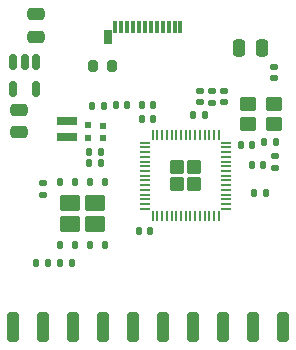
<source format=gbr>
%TF.GenerationSoftware,KiCad,Pcbnew,9.0.4*%
%TF.CreationDate,2025-09-18T12:16:13+02:00*%
%TF.ProjectId,rp2350_gpio_card,72703233-3530-45f6-9770-696f5f636172,X1*%
%TF.SameCoordinates,Original*%
%TF.FileFunction,Paste,Top*%
%TF.FilePolarity,Positive*%
%FSLAX46Y46*%
G04 Gerber Fmt 4.6, Leading zero omitted, Abs format (unit mm)*
G04 Created by KiCad (PCBNEW 9.0.4) date 2025-09-18 12:16:13*
%MOMM*%
%LPD*%
G01*
G04 APERTURE LIST*
G04 Aperture macros list*
%AMRoundRect*
0 Rectangle with rounded corners*
0 $1 Rounding radius*
0 $2 $3 $4 $5 $6 $7 $8 $9 X,Y pos of 4 corners*
0 Add a 4 corners polygon primitive as box body*
4,1,4,$2,$3,$4,$5,$6,$7,$8,$9,$2,$3,0*
0 Add four circle primitives for the rounded corners*
1,1,$1+$1,$2,$3*
1,1,$1+$1,$4,$5*
1,1,$1+$1,$6,$7*
1,1,$1+$1,$8,$9*
0 Add four rect primitives between the rounded corners*
20,1,$1+$1,$2,$3,$4,$5,0*
20,1,$1+$1,$4,$5,$6,$7,0*
20,1,$1+$1,$6,$7,$8,$9,0*
20,1,$1+$1,$8,$9,$2,$3,0*%
%AMFreePoly0*
4,1,18,-0.437500,0.050000,-0.433694,0.069134,-0.422855,0.085355,-0.406634,0.096194,-0.387500,0.100000,0.387500,0.100000,0.437500,0.050000,0.437500,-0.050000,0.433694,-0.069134,0.422855,-0.085355,0.406634,-0.096194,0.387500,-0.100000,-0.387500,-0.100000,-0.406634,-0.096194,-0.422855,-0.085355,-0.433694,-0.069134,-0.437500,-0.050000,-0.437500,0.050000,-0.437500,0.050000,$1*%
%AMFreePoly1*
4,1,18,-0.437500,0.050000,-0.433694,0.069134,-0.422855,0.085355,-0.406634,0.096194,-0.387500,0.100000,0.387500,0.100000,0.406634,0.096194,0.422855,0.085355,0.433694,0.069134,0.437500,0.050000,0.437500,-0.050000,0.387500,-0.100000,-0.387500,-0.100000,-0.406634,-0.096194,-0.422855,-0.085355,-0.433694,-0.069134,-0.437500,-0.050000,-0.437500,0.050000,-0.437500,0.050000,$1*%
%AMFreePoly2*
4,1,18,-0.100000,0.387500,-0.050000,0.437500,0.050000,0.437500,0.069134,0.433694,0.085355,0.422855,0.096194,0.406634,0.100000,0.387500,0.100000,-0.387500,0.096194,-0.406634,0.085355,-0.422855,0.069134,-0.433694,0.050000,-0.437500,-0.050000,-0.437500,-0.069134,-0.433694,-0.085355,-0.422855,-0.096194,-0.406634,-0.100000,-0.387500,-0.100000,0.387500,-0.100000,0.387500,$1*%
%AMFreePoly3*
4,1,18,-0.100000,0.387500,-0.096194,0.406634,-0.085355,0.422855,-0.069134,0.433694,-0.050000,0.437500,0.050000,0.437500,0.100000,0.387500,0.100000,-0.387500,0.096194,-0.406634,0.085355,-0.422855,0.069134,-0.433694,0.050000,-0.437500,-0.050000,-0.437500,-0.069134,-0.433694,-0.085355,-0.422855,-0.096194,-0.406634,-0.100000,-0.387500,-0.100000,0.387500,-0.100000,0.387500,$1*%
%AMFreePoly4*
4,1,18,-0.437500,0.050000,-0.433694,0.069134,-0.422855,0.085355,-0.406634,0.096194,-0.387500,0.100000,0.387500,0.100000,0.406634,0.096194,0.422855,0.085355,0.433694,0.069134,0.437500,0.050000,0.437500,-0.050000,0.433694,-0.069134,0.422855,-0.085355,0.406634,-0.096194,0.387500,-0.100000,-0.387500,-0.100000,-0.437500,-0.050000,-0.437500,0.050000,-0.437500,0.050000,$1*%
%AMFreePoly5*
4,1,18,-0.437500,0.050000,-0.387500,0.100000,0.387500,0.100000,0.406634,0.096194,0.422855,0.085355,0.433694,0.069134,0.437500,0.050000,0.437500,-0.050000,0.433694,-0.069134,0.422855,-0.085355,0.406634,-0.096194,0.387500,-0.100000,-0.387500,-0.100000,-0.406634,-0.096194,-0.422855,-0.085355,-0.433694,-0.069134,-0.437500,-0.050000,-0.437500,0.050000,-0.437500,0.050000,$1*%
%AMFreePoly6*
4,1,18,-0.100000,0.387500,-0.096194,0.406634,-0.085355,0.422855,-0.069134,0.433694,-0.050000,0.437500,0.050000,0.437500,0.069134,0.433694,0.085355,0.422855,0.096194,0.406634,0.100000,0.387500,0.100000,-0.387500,0.050000,-0.437500,-0.050000,-0.437500,-0.069134,-0.433694,-0.085355,-0.422855,-0.096194,-0.406634,-0.100000,-0.387500,-0.100000,0.387500,-0.100000,0.387500,$1*%
%AMFreePoly7*
4,1,18,-0.100000,0.387500,-0.096194,0.406634,-0.085355,0.422855,-0.069134,0.433694,-0.050000,0.437500,0.050000,0.437500,0.069134,0.433694,0.085355,0.422855,0.096194,0.406634,0.100000,0.387500,0.100000,-0.387500,0.096194,-0.406634,0.085355,-0.422855,0.069134,-0.433694,0.050000,-0.437500,-0.050000,-0.437500,-0.100000,-0.387500,-0.100000,0.387500,-0.100000,0.387500,$1*%
G04 Aperture macros list end*
%ADD10RoundRect,0.200000X0.200000X0.275000X-0.200000X0.275000X-0.200000X-0.275000X0.200000X-0.275000X0*%
%ADD11R,0.380000X1.000000*%
%ADD12R,0.700000X1.150000*%
%ADD13RoundRect,0.135000X0.185000X-0.135000X0.185000X0.135000X-0.185000X0.135000X-0.185000X-0.135000X0*%
%ADD14RoundRect,0.250000X0.475000X-0.250000X0.475000X0.250000X-0.475000X0.250000X-0.475000X-0.250000X0*%
%ADD15RoundRect,0.135000X-0.185000X0.135000X-0.185000X-0.135000X0.185000X-0.135000X0.185000X0.135000X0*%
%ADD16RoundRect,0.250000X0.450000X0.350000X-0.450000X0.350000X-0.450000X-0.350000X0.450000X-0.350000X0*%
%ADD17R,0.530000X0.470000*%
%ADD18RoundRect,0.140000X-0.140000X-0.170000X0.140000X-0.170000X0.140000X0.170000X-0.140000X0.170000X0*%
%ADD19RoundRect,0.250000X-0.250000X-0.475000X0.250000X-0.475000X0.250000X0.475000X-0.250000X0.475000X0*%
%ADD20RoundRect,0.140000X0.140000X0.170000X-0.140000X0.170000X-0.140000X-0.170000X0.140000X-0.170000X0*%
%ADD21RoundRect,0.250000X-0.250000X1.000000X-0.250000X-1.000000X0.250000X-1.000000X0.250000X1.000000X0*%
%ADD22RoundRect,0.135000X-0.135000X-0.185000X0.135000X-0.185000X0.135000X0.185000X-0.135000X0.185000X0*%
%ADD23RoundRect,0.150000X-0.150000X0.512500X-0.150000X-0.512500X0.150000X-0.512500X0.150000X0.512500X0*%
%ADD24RoundRect,0.140000X0.170000X-0.140000X0.170000X0.140000X-0.170000X0.140000X-0.170000X-0.140000X0*%
%ADD25RoundRect,0.250000X-0.475000X0.250000X-0.475000X-0.250000X0.475000X-0.250000X0.475000X0.250000X0*%
%ADD26RoundRect,0.250000X0.615000X-0.435000X0.615000X0.435000X-0.615000X0.435000X-0.615000X-0.435000X0*%
%ADD27RoundRect,0.125000X0.125000X-0.250000X0.125000X0.250000X-0.125000X0.250000X-0.125000X-0.250000X0*%
%ADD28RoundRect,0.135000X0.135000X0.185000X-0.135000X0.185000X-0.135000X-0.185000X0.135000X-0.185000X0*%
%ADD29RoundRect,0.250000X0.350000X-0.350000X0.350000X0.350000X-0.350000X0.350000X-0.350000X-0.350000X0*%
%ADD30FreePoly0,90.000000*%
%ADD31RoundRect,0.050000X0.050000X-0.387500X0.050000X0.387500X-0.050000X0.387500X-0.050000X-0.387500X0*%
%ADD32FreePoly1,90.000000*%
%ADD33FreePoly2,90.000000*%
%ADD34RoundRect,0.050000X0.387500X-0.050000X0.387500X0.050000X-0.387500X0.050000X-0.387500X-0.050000X0*%
%ADD35FreePoly3,90.000000*%
%ADD36FreePoly4,90.000000*%
%ADD37FreePoly5,90.000000*%
%ADD38FreePoly6,90.000000*%
%ADD39FreePoly7,90.000000*%
%ADD40R,1.700000X0.700000*%
G04 APERTURE END LIST*
D10*
%TO.C,R4*%
X100530183Y-57546434D03*
X98880183Y-57546434D03*
%TD*%
D11*
%TO.C,P1*%
X100805183Y-54186434D03*
X101305183Y-54186434D03*
X101805183Y-54186434D03*
X102305183Y-54186434D03*
X102805183Y-54186434D03*
X103305183Y-54186434D03*
X103805183Y-54186434D03*
X104305183Y-54186434D03*
X104805183Y-54186434D03*
X105305183Y-54186434D03*
X105805183Y-54186434D03*
X106305183Y-54186434D03*
D12*
X100135183Y-55026434D03*
%TD*%
D13*
%TO.C,R8*%
X114300000Y-66110000D03*
X114300000Y-65090000D03*
%TD*%
D14*
%TO.C,C19*%
X94055183Y-55046434D03*
X94055183Y-53146434D03*
%TD*%
D15*
%TO.C,R5*%
X94700000Y-67390000D03*
X94700000Y-68410000D03*
%TD*%
D16*
%TO.C,Y1*%
X114235183Y-60726434D03*
X112035183Y-60726434D03*
X112035183Y-62426434D03*
X114235183Y-62426434D03*
%TD*%
D17*
%TO.C,C1*%
X99750000Y-63615000D03*
X99750000Y-62585000D03*
%TD*%
D18*
%TO.C,C9*%
X102780000Y-71480000D03*
X103740000Y-71480000D03*
%TD*%
D19*
%TO.C,C2*%
X111280000Y-56000000D03*
X113180000Y-56000000D03*
%TD*%
D18*
%TO.C,C10*%
X107400000Y-61646434D03*
X108360000Y-61646434D03*
%TD*%
D20*
%TO.C,C17*%
X103980000Y-60850000D03*
X103020000Y-60850000D03*
%TD*%
D21*
%TO.C,J2*%
X114985183Y-79600000D03*
X112445183Y-79600000D03*
X109905183Y-79600000D03*
X107365183Y-79600000D03*
X104825183Y-79600000D03*
X102285183Y-79600000D03*
X99745183Y-79600000D03*
X97205183Y-79600000D03*
X94665183Y-79600000D03*
X92125183Y-79600000D03*
%TD*%
D20*
%TO.C,C8*%
X103980000Y-62000000D03*
X103020000Y-62000000D03*
%TD*%
D17*
%TO.C,C3*%
X98500000Y-63565000D03*
X98500000Y-62535000D03*
%TD*%
D18*
%TO.C,C5*%
X100820000Y-60850000D03*
X101780000Y-60850000D03*
%TD*%
D22*
%TO.C,R3*%
X98590000Y-64750000D03*
X99610000Y-64750000D03*
%TD*%
D23*
%TO.C,U4*%
X94067683Y-57208934D03*
X93117683Y-57208934D03*
X92167683Y-57208934D03*
X92167683Y-59483934D03*
X94067683Y-59483934D03*
%TD*%
D22*
%TO.C,R1*%
X98790000Y-60860000D03*
X99810000Y-60860000D03*
%TD*%
%TO.C,R7*%
X94090000Y-74200000D03*
X95110000Y-74200000D03*
%TD*%
D24*
%TO.C,C15*%
X114235183Y-58526434D03*
X114235183Y-57566434D03*
%TD*%
D22*
%TO.C,R2*%
X98590000Y-65700000D03*
X99610000Y-65700000D03*
%TD*%
D25*
%TO.C,C21*%
X92600000Y-61200000D03*
X92600000Y-63100000D03*
%TD*%
D18*
%TO.C,C12*%
X111440000Y-64160000D03*
X112400000Y-64160000D03*
%TD*%
D24*
%TO.C,C4*%
X110005183Y-60576434D03*
X110005183Y-59616434D03*
%TD*%
D26*
%TO.C,U2*%
X96930183Y-70846434D03*
X99080183Y-70846434D03*
X96930183Y-69146434D03*
X99080183Y-69146434D03*
D27*
X96100183Y-72696434D03*
X97370183Y-72696434D03*
X98640183Y-72696434D03*
X99910183Y-72696434D03*
X99910183Y-67296434D03*
X98640183Y-67296434D03*
X97370183Y-67296434D03*
X96100183Y-67296434D03*
%TD*%
D24*
%TO.C,C6*%
X109000000Y-60610000D03*
X109000000Y-59650000D03*
%TD*%
%TO.C,C7*%
X107980000Y-60600000D03*
X107980000Y-59640000D03*
%TD*%
D18*
%TO.C,C13*%
X112550000Y-68250000D03*
X113510000Y-68250000D03*
%TD*%
D28*
%TO.C,R6*%
X97120000Y-74200000D03*
X96100000Y-74200000D03*
%TD*%
D18*
%TO.C,C14*%
X112367836Y-65930000D03*
X113327836Y-65930000D03*
%TD*%
%TO.C,C16*%
X113405183Y-63956434D03*
X114365183Y-63956434D03*
%TD*%
D29*
%TO.C,U1*%
X106055183Y-67496434D03*
X107455183Y-67496434D03*
X106055183Y-66096434D03*
X107455183Y-66096434D03*
D30*
X103955183Y-70233934D03*
D31*
X104355183Y-70233934D03*
X104755183Y-70233934D03*
X105155183Y-70233934D03*
X105555183Y-70233934D03*
X105955183Y-70233934D03*
X106355183Y-70233934D03*
X106755183Y-70233934D03*
X107155183Y-70233934D03*
X107555183Y-70233934D03*
X107955183Y-70233934D03*
X108355183Y-70233934D03*
X108755183Y-70233934D03*
X109155183Y-70233934D03*
D32*
X109555183Y-70233934D03*
D33*
X110192683Y-69596434D03*
D34*
X110192683Y-69196434D03*
X110192683Y-68796434D03*
X110192683Y-68396434D03*
X110192683Y-67996434D03*
X110192683Y-67596434D03*
X110192683Y-67196434D03*
X110192683Y-66796434D03*
X110192683Y-66396434D03*
X110192683Y-65996434D03*
X110192683Y-65596434D03*
X110192683Y-65196434D03*
X110192683Y-64796434D03*
X110192683Y-64396434D03*
D35*
X110192683Y-63996434D03*
D36*
X109555183Y-63358934D03*
D31*
X109155183Y-63358934D03*
X108755183Y-63358934D03*
X108355183Y-63358934D03*
X107955183Y-63358934D03*
X107555183Y-63358934D03*
X107155183Y-63358934D03*
X106755183Y-63358934D03*
X106355183Y-63358934D03*
X105955183Y-63358934D03*
X105555183Y-63358934D03*
X105155183Y-63358934D03*
X104755183Y-63358934D03*
X104355183Y-63358934D03*
D37*
X103955183Y-63358934D03*
D38*
X103317683Y-63996434D03*
D34*
X103317683Y-64396434D03*
X103317683Y-64796434D03*
X103317683Y-65196434D03*
X103317683Y-65596434D03*
X103317683Y-65996434D03*
X103317683Y-66396434D03*
X103317683Y-66796434D03*
X103317683Y-67196434D03*
X103317683Y-67596434D03*
X103317683Y-67996434D03*
X103317683Y-68396434D03*
X103317683Y-68796434D03*
X103317683Y-69196434D03*
D39*
X103317683Y-69596434D03*
%TD*%
D40*
%TO.C,L1*%
X96708211Y-63550000D03*
X96708211Y-62150000D03*
%TD*%
M02*

</source>
